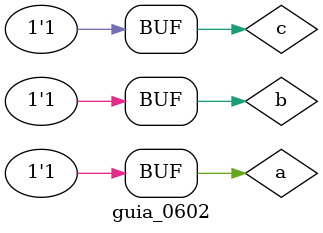
<source format=v>
module f_ex01(output s, input A, input B, input C);
	assign s = (~A | B) & (~A | ~C);
endmodule

module f_ex02(output s, input A, input B, input C);
	assign s = (A | B | ~C) & (~A | ~B); 
endmodule

module f_ex03(output s, input A, input B, input C);
	assign s = (A | ~C) & (A | ~B) & (~B | C); 
endmodule

module f_ex04(output s, input A, input B, input C);
	assign s = (~A | ~C) & (~B | ~C) & (A | B | C);
endmodule

module f_ex05(output s, input A, input B, input C);
	assign s = (A | ~C) & (~A | ~B) & (~B | ~C);
endmodule

module guia_0602;
	reg a, b, c;
	wire ex01, ex02, ex03, ex04, ex05;
	
	f_ex01 F_EX01(ex01, a, b, c);
	f_ex02 F_EX02(ex02, a, b, c);
	f_ex03 F_EX03(ex03, a, b, c);
	f_ex04 F_EX04(ex04, a, b, c);
	f_ex05 F_EX05(ex05, a, b, c);
	
	initial begin : start
		a = 1'b0;
		b = 1'b0;
		c = 1'b0;
	end
	
	initial begin : main
		$display("A B C = 1 2 3 4 5");
		$monitor("%b %b %b = %b %b %b %b %b", a, b, c, ex01, ex02, ex03, ex04, ex05);
		#1 a = 0; b = 0; c = 0;
		#1 a = 0; b = 0; c = 1;
		#1 a = 0; b = 1; c = 0;
		#1 a = 0; b = 1; c = 1;
		#1 a = 1; b = 0; c = 0;
		#1 a = 1; b = 0; c = 1;
		#1 a = 1; b = 1; c = 0;
		#1 a = 1; b = 1; c = 1;
	end
endmodule

</source>
